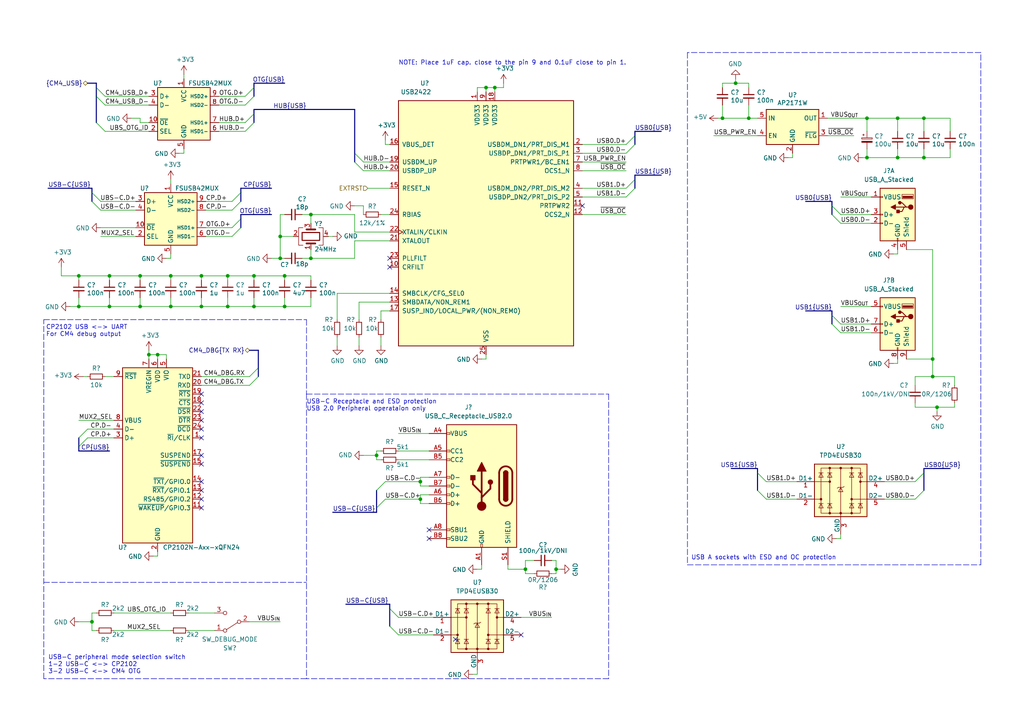
<source format=kicad_sch>
(kicad_sch (version 20201015) (generator eeschema)
  (paper "A4")
  (lib_symbols
    (symbol "Connector:USB_C_Receptacle_USB2.0" (pin_names (offset 1.016))
      (property "Reference" "J" (at -10.16 19.05 0))
      (property "Value" "USB_C_Receptacle_USB2.0" (at 19.05 19.05 0))
      (symbol "USB_C_Receptacle_USB2.0_1_1"
        (pin passive line (at 0 -22.86 90) (length 5.08) (name "GND") (number "A1"))
        (pin passive line (at 0 -22.86 90) (length 5.08) hide (name "GND") (number "A12"))
        (pin passive line (at 15.24 15.24 180) (length 5.08) (name "VBUS") (number "A4"))
        (pin bidirectional line (at 15.24 10.16 180) (length 5.08) (name "CC1") (number "A5"))
        (pin bidirectional line (at 15.24 -2.54 180) (length 5.08) (name "D+") (number "A6"))
        (pin bidirectional line (at 15.24 2.54 180) (length 5.08) (name "D-") (number "A7"))
        (pin bidirectional line (at 15.24 -12.7 180) (length 5.08) (name "SBU1") (number "A8"))
        (pin passive line (at 15.24 15.24 180) (length 5.08) hide (name "VBUS") (number "A9"))
        (pin passive line (at 0 -22.86 90) (length 5.08) hide (name "GND") (number "B1"))
        (pin passive line (at 0 -22.86 90) (length 5.08) hide (name "GND") (number "B12"))
        (pin passive line (at 15.24 15.24 180) (length 5.08) hide (name "VBUS") (number "B4"))
        (pin bidirectional line (at 15.24 7.62 180) (length 5.08) (name "CC2") (number "B5"))
        (pin bidirectional line (at 15.24 -5.08 180) (length 5.08) (name "D+") (number "B6"))
        (pin bidirectional line (at 15.24 0 180) (length 5.08) (name "D-") (number "B7"))
        (pin bidirectional line (at 15.24 -15.24 180) (length 5.08) (name "SBU2") (number "B8"))
        (pin passive line (at 15.24 15.24 180) (length 5.08) hide (name "VBUS") (number "B9"))
        (pin passive line (at -7.62 -22.86 90) (length 5.08) (name "SHIELD") (number "S1"))
      )
    )
    (symbol "Device:CP_Small" (pin_numbers hide) (pin_names (offset 0.254) hide)
      (property "Reference" "C" (at 0.254 1.778 0))
      (property "Value" "CP_Small" (at 0.254 -2.032 0))
      (symbol "CP_Small_1_1"
        (pin passive line (at 0 2.54 270) (length 1.8542) (name "~") (number "1"))
        (pin passive line (at 0 -2.54 90) (length 1.8542) (name "~") (number "2"))
      )
    )
    (symbol "Device:C_Small" (pin_numbers hide) (pin_names (offset 0.254) hide)
      (property "Reference" "C" (at 0.254 1.778 0))
      (property "Value" "C_Small" (at 0.254 -2.032 0))
      (symbol "C_Small_1_1"
        (pin passive line (at 0 2.54 270) (length 2.032) (name "~") (number "1"))
        (pin passive line (at 0 -2.54 90) (length 2.032) (name "~") (number "2"))
      )
    )
    (symbol "Device:Crystal_GND24" (pin_names (offset 1.016) hide)
      (property "Reference" "Y" (at 3.175 5.08 0))
      (property "Value" "Crystal_GND24" (at 3.175 3.175 0))
      (symbol "Crystal_GND24_1_1"
        (pin passive line (at -3.81 0 0) (length 1.27) (name "1") (number "1"))
        (pin passive line (at 0 5.08 270) (length 1.27) (name "2") (number "2"))
        (pin passive line (at 3.81 0 180) (length 1.27) (name "3") (number "3"))
        (pin passive line (at 0 -5.08 90) (length 1.27) (name "4") (number "4"))
      )
    )
    (symbol "Device:R_Small" (pin_numbers hide) (pin_names (offset 0.254) hide)
      (property "Reference" "R" (at 0.762 0.508 0))
      (property "Value" "R_Small" (at 0.762 -1.016 0))
      (symbol "R_Small_1_1"
        (pin passive line (at 0 2.54 270) (length 0.762) (name "~") (number "1"))
        (pin passive line (at 0 -2.54 90) (length 0.762) (name "~") (number "2"))
      )
    )
    (symbol "Interface_USB:CP2102N-Axx-xQFN24"
      (property "Reference" "U" (at -8.89 26.67 0))
      (property "Value" "CP2102N-Axx-xQFN24" (at 13.97 26.67 0))
      (symbol "CP2102N-Axx-xQFN24_1_1"
        (pin bidirectional line (at 12.7 5.08 180) (length 2.54) (name "~RI~/CLK") (number "1"))
        (pin unconnected line (at -10.16 -22.86 0) (length 2.54) hide (name "NC") (number "10"))
        (pin bidirectional line (at 12.7 -15.24 180) (length 2.54) (name "~WAKEUP~/GPIO.3") (number "11"))
        (pin bidirectional line (at 12.7 -12.7 180) (length 2.54) (name "RS485/GPIO.2") (number "12"))
        (pin bidirectional line (at 12.7 -10.16 180) (length 2.54) (name "~RXT~/GPIO.1") (number "13"))
        (pin bidirectional line (at 12.7 -7.62 180) (length 2.54) (name "~TXT~/GPIO.0") (number "14"))
        (pin output line (at 12.7 -2.54 180) (length 2.54) (name "~SUSPEND") (number "15"))
        (pin unconnected line (at 10.16 -22.86 180) (length 2.54) hide (name "NC") (number "16"))
        (pin output line (at 12.7 0 180) (length 2.54) (name "SUSPEND") (number "17"))
        (pin input line (at 12.7 15.24 180) (length 2.54) (name "~CTS") (number "18"))
        (pin output line (at 12.7 17.78 180) (length 2.54) (name "~RTS") (number "19"))
        (pin power_in line (at 0 -27.94 90) (length 2.54) (name "GND") (number "2"))
        (pin input line (at 12.7 20.32 180) (length 2.54) (name "RXD") (number "20"))
        (pin output line (at 12.7 22.86 180) (length 2.54) (name "TXD") (number "21"))
        (pin input line (at 12.7 12.7 180) (length 2.54) (name "~DSR") (number "22"))
        (pin output line (at 12.7 10.16 180) (length 2.54) (name "~DTR") (number "23"))
        (pin input line (at 12.7 7.62 180) (length 2.54) (name "~DCD") (number "24"))
        (pin passive line (at 0 -27.94 90) (length 2.54) hide (name "GND") (number "25"))
        (pin bidirectional line (at -12.7 5.08 0) (length 2.54) (name "D+") (number "3"))
        (pin bidirectional line (at -12.7 7.62 0) (length 2.54) (name "D-") (number "4"))
        (pin power_in line (at 2.54 27.94 270) (length 2.54) (name "VIO") (number "5"))
        (pin power_in line (at 0 27.94 270) (length 2.54) (name "VDD") (number "6"))
        (pin power_in line (at -2.54 27.94 270) (length 2.54) (name "VREGIN") (number "7"))
        (pin input line (at -12.7 10.16 0) (length 2.54) (name "VBUS") (number "8"))
        (pin input line (at -12.7 22.86 0) (length 2.54) (name "~RST") (number "9"))
      )
    )
    (symbol "Interface_USB:FSUSB42MUX"
      (property "Reference" "U" (at -6.35 8.89 0))
      (property "Value" "FSUSB42MUX" (at 7.62 8.89 0))
      (symbol "FSUSB42MUX_1_1"
        (pin power_in line (at 0 10.16 270) (length 2.54) (name "VCC") (number "1"))
        (pin input line (at -10.16 -2.54 0) (length 2.54) (name "~OE") (number "10"))
        (pin input line (at -10.16 -5.08 0) (length 2.54) (name "SEL") (number "2"))
        (pin bidirectional line (at -10.16 5.08 0) (length 2.54) (name "D+") (number "3"))
        (pin bidirectional line (at -10.16 2.54 0) (length 2.54) (name "D-") (number "4"))
        (pin power_in line (at 0 -10.16 90) (length 2.54) (name "GND") (number "5"))
        (pin bidirectional line (at 10.16 -5.08 180) (length 2.54) (name "HSD1-") (number "6"))
        (pin bidirectional line (at 10.16 -2.54 180) (length 2.54) (name "HSD1+") (number "7"))
        (pin bidirectional line (at 10.16 2.54 180) (length 2.54) (name "HSD2-") (number "8"))
        (pin bidirectional line (at 10.16 5.08 180) (length 2.54) (name "HSD2+") (number "9"))
      )
    )
    (symbol "LightBlue:USB2422" (pin_names (offset 1.016))
      (property "Reference" "U" (at -17.78 40.64 0))
      (property "Value" "USB2422" (at -20.32 38.1 0))
      (symbol "USB2422_1_1"
        (pin bidirectional line (at 27.94 22.86 180) (length 2.54) (name "USBDM_DN1/PRT_DIS_M1") (number "2"))
        (pin bidirectional line (at 27.94 17.78 180) (length 2.54) (name "PRTPWR1/BC_EN1") (number "7"))
        (pin input line (at 27.94 15.24 180) (length 2.54) (name "OCS1_N") (number "8"))
        (pin input line (at -27.94 -12.7 0) (length 2.54) (name "CRFILT") (number "10"))
        (pin power_in line (at -2.54 38.1 270) (length 2.54) (name "VDD33") (number "1"))
        (pin bidirectional line (at 27.94 5.08 180) (length 2.54) (name "PRTPWR2") (number "11"))
        (pin input line (at 27.94 2.54 180) (length 2.54) (name "OCS2_N") (number "12"))
        (pin bidirectional line (at 27.94 20.32 180) (length 2.54) (name "USBDP_DN1/PRT_DIS_P1") (number "3"))
        (pin bidirectional line (at -27.94 -22.86 0) (length 2.54) (name "SMBDATA/NON_REM1") (number "13"))
        (pin power_in line (at 0 38.1 270) (length 2.54) (name "VDD33") (number "9"))
        (pin bidirectional line (at -27.94 -20.32 0) (length 2.54) (name "SMBCLK/CFG_SEL0") (number "14"))
        (pin input line (at -27.94 10.16 0) (length 2.54) (name "RESET_N") (number "15"))
        (pin input line (at -27.94 22.86 0) (length 2.54) (name "VBUS_DET") (number "16"))
        (pin bidirectional line (at -27.94 -25.4 0) (length 2.54) (name "SUSP_IND/LOCAL_PWR/(NON_REM0)") (number "17"))
        (pin bidirectional line (at 27.94 10.16 180) (length 2.54) (name "USBDM_DN2/PRT_DIS_M2") (number "4"))
        (pin bidirectional line (at -27.94 17.78 0) (length 2.54) (name "USBDM_UP") (number "19"))
        (pin bidirectional line (at -27.94 15.24 0) (length 2.54) (name "USBDP_UP") (number "20"))
        (pin output line (at -27.94 -5.08 0) (length 2.54) (name "XTALOUT") (number "21"))
        (pin input clock (at -27.94 -2.54 0) (length 2.54) (name "XTALIN/CLKIN") (number "22"))
        (pin input line (at -27.94 -10.16 0) (length 2.54) (name "PLLFILT") (number "23"))
        (pin input line (at -27.94 2.54 0) (length 2.54) (name "RBIAS") (number "24"))
        (pin power_in line (at 0 -38.1 90) (length 2.54) (name "VSS") (number "25"))
        (pin bidirectional line (at 27.94 7.62 180) (length 2.54) (name "USBDP_DN2/PRT_DIS_P2") (number "5"))
        (pin power_in line (at 2.54 38.1 270) (length 2.54) (name "VDD33") (number "18"))
      )
    )
    (symbol "LightBlue:USB_A_Stacked" (pin_names (offset 1.016))
      (property "Reference" "J" (at -5.08 11.43 0))
      (property "Value" "USB_A_Stacked" (at -5.08 8.89 0))
      (symbol "USB_A_Stacked_1_1"
        (pin power_in line (at 7.62 5.08 180) (length 2.54) (name "VBUS") (number "1"))
        (pin bidirectional line (at 7.62 -2.54 180) (length 2.54) (name "D-") (number "2"))
        (pin bidirectional line (at 7.62 0 180) (length 2.54) (name "D+") (number "3"))
        (pin power_in line (at 0 -10.16 90) (length 2.54) (name "GND") (number "4"))
        (pin passive line (at -2.54 -10.16 90) (length 2.54) (name "Shield") (number "5"))
      )
      (symbol "USB_A_Stacked_2_1"
        (pin power_in line (at 7.62 5.08 180) (length 2.54) (name "VBUS") (number "5"))
        (pin bidirectional line (at 7.62 -2.54 180) (length 2.54) (name "D-") (number "6"))
        (pin bidirectional line (at 7.62 0 180) (length 2.54) (name "D+") (number "7"))
        (pin power_in line (at 0 -10.16 90) (length 2.54) (name "GND") (number "8"))
        (pin passive line (at -2.54 -10.16 90) (length 2.54) (name "Shield") (number "9"))
      )
    )
    (symbol "Power_Management:AP2171W"
      (property "Reference" "U" (at -7.62 -6.35 0))
      (property "Value" "AP2171W" (at -7.62 6.35 0))
      (symbol "AP2171W_1_1"
        (pin power_out line (at 10.16 2.54 180) (length 2.54) (name "OUT") (number "1"))
        (pin power_in line (at 0 -7.62 90) (length 2.54) (name "GND") (number "2"))
        (pin open_collector line (at 10.16 -2.54 180) (length 2.54) (name "~FLG") (number "3"))
        (pin input line (at -10.16 -2.54 0) (length 2.54) (name "EN") (number "4"))
        (pin power_in line (at -10.16 2.54 0) (length 2.54) (name "IN") (number "5"))
      )
    )
    (symbol "Power_Protection:TPD4EUSB30" (pin_names (offset 0))
      (property "Reference" "U" (at -0.635 8.89 0))
      (property "Value" "TPD4EUSB30" (at 8.89 -10.16 0))
      (symbol "TPD4EUSB30_1_1"
        (pin passive line (at -12.7 2.54 0) (length 5.08) (name "D1+") (number "1"))
        (pin unconnected line (at -5.08 7.62 0) (length 5.08) hide (name "NC") (number "10"))
        (pin passive line (at -12.7 -2.54 0) (length 5.08) (name "D1-") (number "2"))
        (pin power_in line (at 0 -12.7 90) (length 5.08) (name "GND") (number "3"))
        (pin passive line (at 12.7 2.54 180) (length 5.08) (name "D2+") (number "4"))
        (pin passive line (at 12.7 -2.54 180) (length 5.08) (name "D2-") (number "5"))
        (pin unconnected line (at 5.08 -7.62 180) (length 5.08) hide (name "NC") (number "6"))
        (pin unconnected line (at 5.08 7.62 180) (length 5.08) hide (name "NC") (number "7"))
        (pin passive line (at 0 -12.7 90) (length 5.08) hide (name "GND") (number "8"))
        (pin unconnected line (at -5.08 -7.62 0) (length 5.08) hide (name "NC") (number "9"))
      )
    )
    (symbol "Switch:SW_SPDT" (pin_names (offset 0) hide)
      (property "Reference" "SW" (at 0 4.318 0))
      (property "Value" "SW_SPDT" (at 0 -5.08 0))
      (symbol "SW_SPDT_1_1"
        (pin passive line (at 5.08 2.54 180) (length 2.54) (name "A") (number "1"))
        (pin passive line (at -5.08 0 0) (length 2.54) (name "B") (number "2"))
        (pin passive line (at 5.08 -2.54 180) (length 2.54) (name "C") (number "3"))
      )
    )
    (symbol "power:+3V3" (power) (pin_names (offset 0))
      (property "Value" "+3V3" (at 0 3.556 0))
      (symbol "+3V3_1_1"
        (pin power_in line (at 0 0 90) (length 0) hide (name "+3V3") (number "1"))
      )
    )
    (symbol "power:+5V" (power) (pin_names (offset 0))
      (property "Value" "+5V" (at 0 3.556 0))
      (symbol "+5V_1_1"
        (pin power_in line (at 0 0 90) (length 0) hide (name "+5V") (number "1"))
      )
    )
    (symbol "power:GND" (power) (pin_names (offset 0))
      (property "Value" "GND" (at 0 -3.81 0))
      (symbol "GND_1_1"
        (pin power_in line (at 0 0 270) (length 0) hide (name "GND") (number "1"))
      )
    )
  )
  (bus_alias "CM4_USB" (members "CM4_USB_D+" "CM4_USB_D-" "CM4_USB_OTG_ID"))
  (bus_alias "USB" (members "D+" "D-"))
  (bus_alias "I2C" (members "SDA" "SCL"))
  (junction (at 22.86 80.01) (diameter 0.9144))
  (junction (at 22.86 88.9) (diameter 0.9144))
  (junction (at 26.67 180.34) (diameter 0.9144))
  (junction (at 31.75 80.01) (diameter 0.9144))
  (junction (at 31.75 88.9) (diameter 0.9144))
  (junction (at 40.64 80.01) (diameter 0.9144))
  (junction (at 40.64 88.9) (diameter 0.9144))
  (junction (at 43.18 102.87) (diameter 0.9144))
  (junction (at 45.72 102.87) (diameter 0.9144))
  (junction (at 49.53 80.01) (diameter 0.9144))
  (junction (at 49.53 88.9) (diameter 0.9144))
  (junction (at 58.42 80.01) (diameter 0.9144))
  (junction (at 58.42 88.9) (diameter 0.9144))
  (junction (at 66.04 80.01) (diameter 0.9144))
  (junction (at 66.04 88.9) (diameter 0.9144))
  (junction (at 73.66 80.01) (diameter 0.9144))
  (junction (at 73.66 88.9) (diameter 0.9144))
  (junction (at 81.28 68.58) (diameter 0.9144))
  (junction (at 81.28 74.93) (diameter 0.9144))
  (junction (at 82.55 80.01) (diameter 0.9144))
  (junction (at 82.55 88.9) (diameter 0.9144))
  (junction (at 90.17 62.23) (diameter 0.9144))
  (junction (at 90.17 74.93) (diameter 0.9144))
  (junction (at 109.22 132.08) (diameter 0.9144))
  (junction (at 121.92 139.7) (diameter 0.9144))
  (junction (at 121.92 144.78) (diameter 0.9144))
  (junction (at 140.97 25.4) (diameter 0.9144))
  (junction (at 143.51 25.4) (diameter 0.9144))
  (junction (at 152.4 165.1) (diameter 0.9144))
  (junction (at 161.29 165.1) (diameter 0.9144))
  (junction (at 209.55 34.29) (diameter 0.9144))
  (junction (at 213.36 24.13) (diameter 0.9144))
  (junction (at 217.17 34.29) (diameter 0.9144))
  (junction (at 251.46 34.29) (diameter 0.9144))
  (junction (at 251.46 45.72) (diameter 0.9144))
  (junction (at 260.35 34.29) (diameter 0.9144))
  (junction (at 260.35 45.72) (diameter 0.9144))
  (junction (at 267.97 34.29) (diameter 0.9144))
  (junction (at 267.97 45.72) (diameter 0.9144))
  (junction (at 270.51 104.14) (diameter 0.9144))
  (junction (at 270.51 109.22) (diameter 0.9144))
  (junction (at 271.78 118.11) (diameter 0.9144))
  (no_connect (at 58.42 147.32))
  (no_connect (at 113.03 74.93))
  (no_connect (at 58.42 124.46))
  (no_connect (at 58.42 119.38))
  (no_connect (at 58.42 114.3))
  (no_connect (at 132.08 185.42))
  (no_connect (at 58.42 139.7))
  (no_connect (at 58.42 132.08))
  (no_connect (at 151.13 184.15))
  (no_connect (at 113.03 77.47))
  (no_connect (at 124.46 153.67))
  (no_connect (at 58.42 144.78))
  (no_connect (at 58.42 127))
  (no_connect (at 168.91 59.69))
  (no_connect (at 58.42 121.92))
  (no_connect (at 124.46 156.21))
  (no_connect (at 58.42 116.84))
  (no_connect (at 58.42 134.62))
  (no_connect (at 58.42 142.24))
  (bus_entry (at 22.86 127) (size 2.54 -2.54) (stroke (width 0.1524)))
  (bus_entry (at 22.86 129.54) (size 2.54 -2.54) (stroke (width 0.1524)))
  (bus_entry (at 26.67 55.88) (size 2.54 2.54) (stroke (width 0.1524)))
  (bus_entry (at 26.67 58.42) (size 2.54 2.54) (stroke (width 0.1524)))
  (bus_entry (at 27.94 25.4) (size 2.54 2.54) (stroke (width 0.1524)))
  (bus_entry (at 27.94 27.94) (size 2.54 2.54) (stroke (width 0.1524)))
  (bus_entry (at 27.94 35.56) (size 2.54 2.54) (stroke (width 0.1524)))
  (bus_entry (at 69.85 55.88) (size -2.54 2.54) (stroke (width 0.1524)))
  (bus_entry (at 69.85 58.42) (size -2.54 2.54) (stroke (width 0.1524)))
  (bus_entry (at 69.85 63.5) (size -2.54 2.54) (stroke (width 0.1524)))
  (bus_entry (at 69.85 66.04) (size -2.54 2.54) (stroke (width 0.1524)))
  (bus_entry (at 72.39 109.22) (size 2.54 -2.54) (stroke (width 0.1524)))
  (bus_entry (at 72.39 111.76) (size 2.54 -2.54) (stroke (width 0.1524)))
  (bus_entry (at 73.66 25.4) (size -2.54 2.54) (stroke (width 0.1524)))
  (bus_entry (at 73.66 27.94) (size -2.54 2.54) (stroke (width 0.1524)))
  (bus_entry (at 73.66 33.02) (size -2.54 2.54) (stroke (width 0.1524)))
  (bus_entry (at 73.66 35.56) (size -2.54 2.54) (stroke (width 0.1524)))
  (bus_entry (at 102.87 44.45) (size 2.54 2.54) (stroke (width 0.1524)))
  (bus_entry (at 102.87 46.99) (size 2.54 2.54) (stroke (width 0.1524)))
  (bus_entry (at 109.22 142.24) (size 2.54 -2.54) (stroke (width 0.1524)))
  (bus_entry (at 109.22 147.32) (size 2.54 -2.54) (stroke (width 0.1524)))
  (bus_entry (at 113.03 176.53) (size 2.54 2.54) (stroke (width 0.1524)))
  (bus_entry (at 113.03 181.61) (size 2.54 2.54) (stroke (width 0.1524)))
  (bus_entry (at 181.61 41.91) (size 2.54 -2.54) (stroke (width 0.1524)))
  (bus_entry (at 181.61 44.45) (size 2.54 -2.54) (stroke (width 0.1524)))
  (bus_entry (at 181.61 54.61) (size 2.54 -2.54) (stroke (width 0.1524)))
  (bus_entry (at 181.61 57.15) (size 2.54 -2.54) (stroke (width 0.1524)))
  (bus_entry (at 222.25 139.7) (size -2.54 -2.54) (stroke (width 0.1524)))
  (bus_entry (at 222.25 144.78) (size -2.54 -2.54) (stroke (width 0.1524)))
  (bus_entry (at 243.84 62.23) (size -2.54 -2.54) (stroke (width 0.1524)))
  (bus_entry (at 243.84 64.77) (size -2.54 -2.54) (stroke (width 0.1524)))
  (bus_entry (at 243.84 93.98) (size -2.54 -2.54) (stroke (width 0.1524)))
  (bus_entry (at 243.84 96.52) (size -2.54 -2.54) (stroke (width 0.1524)))
  (bus_entry (at 265.43 139.7) (size 2.54 -2.54) (stroke (width 0.1524)))
  (bus_entry (at 265.43 144.78) (size 2.54 -2.54) (stroke (width 0.1524)))
  (wire (pts (xy 17.78 80.01) (xy 17.78 77.47)))
  (wire (pts (xy 17.78 80.01) (xy 22.86 80.01)))
  (wire (pts (xy 20.32 88.9) (xy 22.86 88.9)))
  (wire (pts (xy 22.86 80.01) (xy 22.86 81.28)))
  (wire (pts (xy 22.86 80.01) (xy 31.75 80.01)))
  (wire (pts (xy 22.86 86.36) (xy 22.86 88.9)))
  (wire (pts (xy 22.86 88.9) (xy 31.75 88.9)))
  (wire (pts (xy 22.86 121.92) (xy 33.02 121.92)))
  (wire (pts (xy 22.86 180.34) (xy 26.67 180.34)))
  (wire (pts (xy 24.13 109.22) (xy 25.4 109.22)))
  (wire (pts (xy 26.67 177.8) (xy 26.67 180.34)))
  (wire (pts (xy 26.67 177.8) (xy 27.94 177.8)))
  (wire (pts (xy 26.67 180.34) (xy 26.67 182.88)))
  (wire (pts (xy 27.94 182.88) (xy 26.67 182.88)))
  (wire (pts (xy 29.21 66.04) (xy 39.37 66.04)))
  (wire (pts (xy 29.21 68.58) (xy 39.37 68.58)))
  (wire (pts (xy 30.48 27.94) (xy 43.18 27.94)))
  (wire (pts (xy 30.48 30.48) (xy 43.18 30.48)))
  (wire (pts (xy 30.48 38.1) (xy 43.18 38.1)))
  (wire (pts (xy 30.48 109.22) (xy 33.02 109.22)))
  (wire (pts (xy 31.75 80.01) (xy 31.75 81.28)))
  (wire (pts (xy 31.75 86.36) (xy 31.75 88.9)))
  (wire (pts (xy 31.75 88.9) (xy 40.64 88.9)))
  (wire (pts (xy 33.02 124.46) (xy 25.4 124.46)))
  (wire (pts (xy 33.02 127) (xy 25.4 127)))
  (wire (pts (xy 33.02 177.8) (xy 49.53 177.8)))
  (wire (pts (xy 33.02 182.88) (xy 49.53 182.88)))
  (wire (pts (xy 39.37 58.42) (xy 29.21 58.42)))
  (wire (pts (xy 39.37 60.96) (xy 29.21 60.96)))
  (wire (pts (xy 40.64 34.29) (xy 38.1 34.29)))
  (wire (pts (xy 40.64 35.56) (xy 40.64 34.29)))
  (wire (pts (xy 40.64 80.01) (xy 31.75 80.01)))
  (wire (pts (xy 40.64 80.01) (xy 40.64 81.28)))
  (wire (pts (xy 40.64 86.36) (xy 40.64 88.9)))
  (wire (pts (xy 40.64 88.9) (xy 49.53 88.9)))
  (wire (pts (xy 43.18 35.56) (xy 40.64 35.56)))
  (wire (pts (xy 43.18 101.6) (xy 43.18 102.87)))
  (wire (pts (xy 43.18 102.87) (xy 43.18 104.14)))
  (wire (pts (xy 44.45 161.29) (xy 45.72 161.29)))
  (wire (pts (xy 45.72 102.87) (xy 43.18 102.87)))
  (wire (pts (xy 45.72 102.87) (xy 48.26 102.87)))
  (wire (pts (xy 45.72 104.14) (xy 45.72 102.87)))
  (wire (pts (xy 45.72 161.29) (xy 45.72 160.02)))
  (wire (pts (xy 48.26 74.93) (xy 49.53 74.93)))
  (wire (pts (xy 48.26 102.87) (xy 48.26 104.14)))
  (wire (pts (xy 49.53 52.07) (xy 49.53 53.34)))
  (wire (pts (xy 49.53 74.93) (xy 49.53 73.66)))
  (wire (pts (xy 49.53 80.01) (xy 40.64 80.01)))
  (wire (pts (xy 49.53 80.01) (xy 49.53 81.28)))
  (wire (pts (xy 49.53 86.36) (xy 49.53 88.9)))
  (wire (pts (xy 49.53 88.9) (xy 58.42 88.9)))
  (wire (pts (xy 52.07 44.45) (xy 53.34 44.45)))
  (wire (pts (xy 53.34 21.59) (xy 53.34 22.86)))
  (wire (pts (xy 53.34 44.45) (xy 53.34 43.18)))
  (wire (pts (xy 54.61 177.8) (xy 62.23 177.8)))
  (wire (pts (xy 54.61 182.88) (xy 62.23 182.88)))
  (wire (pts (xy 58.42 80.01) (xy 49.53 80.01)))
  (wire (pts (xy 58.42 80.01) (xy 58.42 81.28)))
  (wire (pts (xy 58.42 86.36) (xy 58.42 88.9)))
  (wire (pts (xy 58.42 88.9) (xy 66.04 88.9)))
  (wire (pts (xy 58.42 109.22) (xy 72.39 109.22)))
  (wire (pts (xy 58.42 111.76) (xy 72.39 111.76)))
  (wire (pts (xy 59.69 58.42) (xy 67.31 58.42)))
  (wire (pts (xy 59.69 60.96) (xy 67.31 60.96)))
  (wire (pts (xy 59.69 66.04) (xy 67.31 66.04)))
  (wire (pts (xy 59.69 68.58) (xy 67.31 68.58)))
  (wire (pts (xy 63.5 27.94) (xy 71.12 27.94)))
  (wire (pts (xy 63.5 30.48) (xy 71.12 30.48)))
  (wire (pts (xy 63.5 35.56) (xy 71.12 35.56)))
  (wire (pts (xy 63.5 38.1) (xy 71.12 38.1)))
  (wire (pts (xy 66.04 80.01) (xy 58.42 80.01)))
  (wire (pts (xy 66.04 80.01) (xy 66.04 81.28)))
  (wire (pts (xy 66.04 86.36) (xy 66.04 88.9)))
  (wire (pts (xy 66.04 88.9) (xy 73.66 88.9)))
  (wire (pts (xy 73.66 80.01) (xy 66.04 80.01)))
  (wire (pts (xy 73.66 80.01) (xy 73.66 81.28)))
  (wire (pts (xy 73.66 86.36) (xy 73.66 88.9)))
  (wire (pts (xy 73.66 88.9) (xy 82.55 88.9)))
  (wire (pts (xy 78.74 74.93) (xy 81.28 74.93)))
  (wire (pts (xy 81.28 62.23) (xy 81.28 68.58)))
  (wire (pts (xy 81.28 68.58) (xy 81.28 74.93)))
  (wire (pts (xy 81.28 68.58) (xy 85.09 68.58)))
  (wire (pts (xy 81.28 74.93) (xy 82.55 74.93)))
  (wire (pts (xy 81.28 180.34) (xy 72.39 180.34)))
  (wire (pts (xy 82.55 62.23) (xy 81.28 62.23)))
  (wire (pts (xy 82.55 80.01) (xy 73.66 80.01)))
  (wire (pts (xy 82.55 80.01) (xy 82.55 81.28)))
  (wire (pts (xy 82.55 86.36) (xy 82.55 88.9)))
  (wire (pts (xy 82.55 88.9) (xy 90.17 88.9)))
  (wire (pts (xy 87.63 62.23) (xy 90.17 62.23)))
  (wire (pts (xy 87.63 74.93) (xy 90.17 74.93)))
  (wire (pts (xy 90.17 62.23) (xy 90.17 64.77)))
  (wire (pts (xy 90.17 62.23) (xy 102.87 62.23)))
  (wire (pts (xy 90.17 72.39) (xy 90.17 74.93)))
  (wire (pts (xy 90.17 74.93) (xy 102.87 74.93)))
  (wire (pts (xy 90.17 80.01) (xy 82.55 80.01)))
  (wire (pts (xy 90.17 81.28) (xy 90.17 80.01)))
  (wire (pts (xy 90.17 86.36) (xy 90.17 88.9)))
  (wire (pts (xy 95.25 68.58) (xy 96.52 68.58)))
  (wire (pts (xy 97.79 85.09) (xy 97.79 92.71)))
  (wire (pts (xy 97.79 97.79) (xy 97.79 100.33)))
  (wire (pts (xy 102.87 67.31) (xy 102.87 62.23)))
  (wire (pts (xy 102.87 69.85) (xy 102.87 74.93)))
  (wire (pts (xy 104.14 87.63) (xy 104.14 92.71)))
  (wire (pts (xy 104.14 87.63) (xy 113.03 87.63)))
  (wire (pts (xy 104.14 97.79) (xy 104.14 100.33)))
  (wire (pts (xy 105.41 46.99) (xy 113.03 46.99)))
  (wire (pts (xy 105.41 49.53) (xy 113.03 49.53)))
  (wire (pts (xy 105.41 59.69) (xy 102.87 59.69)))
  (wire (pts (xy 105.41 62.23) (xy 105.41 59.69)))
  (wire (pts (xy 105.41 132.08) (xy 109.22 132.08)))
  (wire (pts (xy 106.68 54.61) (xy 113.03 54.61)))
  (wire (pts (xy 109.22 130.81) (xy 109.22 132.08)))
  (wire (pts (xy 109.22 132.08) (xy 109.22 133.35)))
  (wire (pts (xy 109.22 133.35) (xy 110.49 133.35)))
  (wire (pts (xy 110.49 62.23) (xy 113.03 62.23)))
  (wire (pts (xy 110.49 90.17) (xy 110.49 92.71)))
  (wire (pts (xy 110.49 97.79) (xy 110.49 100.33)))
  (wire (pts (xy 110.49 130.81) (xy 109.22 130.81)))
  (wire (pts (xy 111.76 40.64) (xy 111.76 41.91)))
  (wire (pts (xy 111.76 139.7) (xy 121.92 139.7)))
  (wire (pts (xy 111.76 144.78) (xy 121.92 144.78)))
  (wire (pts (xy 113.03 41.91) (xy 111.76 41.91)))
  (wire (pts (xy 113.03 67.31) (xy 102.87 67.31)))
  (wire (pts (xy 113.03 69.85) (xy 102.87 69.85)))
  (wire (pts (xy 113.03 85.09) (xy 97.79 85.09)))
  (wire (pts (xy 113.03 90.17) (xy 110.49 90.17)))
  (wire (pts (xy 115.57 125.73) (xy 124.46 125.73)))
  (wire (pts (xy 115.57 130.81) (xy 124.46 130.81)))
  (wire (pts (xy 115.57 133.35) (xy 124.46 133.35)))
  (wire (pts (xy 115.57 179.07) (xy 125.73 179.07)))
  (wire (pts (xy 115.57 184.15) (xy 125.73 184.15)))
  (wire (pts (xy 121.92 139.7) (xy 121.92 138.43)))
  (wire (pts (xy 121.92 140.97) (xy 121.92 139.7)))
  (wire (pts (xy 121.92 140.97) (xy 124.46 140.97)))
  (wire (pts (xy 121.92 144.78) (xy 121.92 143.51)))
  (wire (pts (xy 121.92 146.05) (xy 121.92 144.78)))
  (wire (pts (xy 121.92 146.05) (xy 124.46 146.05)))
  (wire (pts (xy 124.46 138.43) (xy 121.92 138.43)))
  (wire (pts (xy 124.46 143.51) (xy 121.92 143.51)))
  (wire (pts (xy 137.16 195.58) (xy 138.43 195.58)))
  (wire (pts (xy 138.43 25.4) (xy 140.97 25.4)))
  (wire (pts (xy 138.43 26.67) (xy 138.43 25.4)))
  (wire (pts (xy 138.43 165.1) (xy 139.7 165.1)))
  (wire (pts (xy 138.43 195.58) (xy 138.43 194.31)))
  (wire (pts (xy 139.7 104.14) (xy 140.97 104.14)))
  (wire (pts (xy 139.7 165.1) (xy 139.7 163.83)))
  (wire (pts (xy 140.97 25.4) (xy 140.97 26.67)))
  (wire (pts (xy 140.97 25.4) (xy 143.51 25.4)))
  (wire (pts (xy 140.97 104.14) (xy 140.97 102.87)))
  (wire (pts (xy 143.51 25.4) (xy 143.51 26.67)))
  (wire (pts (xy 143.51 25.4) (xy 146.05 25.4)))
  (wire (pts (xy 146.05 24.13) (xy 146.05 25.4)))
  (wire (pts (xy 147.32 163.83) (xy 147.32 165.1)))
  (wire (pts (xy 147.32 165.1) (xy 152.4 165.1)))
  (wire (pts (xy 152.4 162.56) (xy 152.4 165.1)))
  (wire (pts (xy 152.4 165.1) (xy 152.4 166.37)))
  (wire (pts (xy 152.4 166.37) (xy 154.94 166.37)))
  (wire (pts (xy 154.94 162.56) (xy 152.4 162.56)))
  (wire (pts (xy 160.02 166.37) (xy 161.29 166.37)))
  (wire (pts (xy 160.02 179.07) (xy 151.13 179.07)))
  (wire (pts (xy 161.29 162.56) (xy 160.02 162.56)))
  (wire (pts (xy 161.29 165.1) (xy 161.29 162.56)))
  (wire (pts (xy 161.29 165.1) (xy 162.56 165.1)))
  (wire (pts (xy 161.29 166.37) (xy 161.29 165.1)))
  (wire (pts (xy 168.91 41.91) (xy 181.61 41.91)))
  (wire (pts (xy 168.91 44.45) (xy 181.61 44.45)))
  (wire (pts (xy 168.91 46.99) (xy 181.61 46.99)))
  (wire (pts (xy 168.91 49.53) (xy 181.61 49.53)))
  (wire (pts (xy 168.91 54.61) (xy 181.61 54.61)))
  (wire (pts (xy 168.91 57.15) (xy 181.61 57.15)))
  (wire (pts (xy 168.91 62.23) (xy 181.61 62.23)))
  (wire (pts (xy 208.28 34.29) (xy 209.55 34.29)))
  (wire (pts (xy 209.55 24.13) (xy 209.55 25.4)))
  (wire (pts (xy 209.55 30.48) (xy 209.55 34.29)))
  (wire (pts (xy 209.55 34.29) (xy 217.17 34.29)))
  (wire (pts (xy 213.36 22.86) (xy 213.36 24.13)))
  (wire (pts (xy 213.36 24.13) (xy 209.55 24.13)))
  (wire (pts (xy 217.17 24.13) (xy 213.36 24.13)))
  (wire (pts (xy 217.17 25.4) (xy 217.17 24.13)))
  (wire (pts (xy 217.17 30.48) (xy 217.17 34.29)))
  (wire (pts (xy 217.17 34.29) (xy 219.71 34.29)))
  (wire (pts (xy 219.71 39.37) (xy 207.01 39.37)))
  (wire (pts (xy 222.25 139.7) (xy 231.14 139.7)))
  (wire (pts (xy 222.25 144.78) (xy 231.14 144.78)))
  (wire (pts (xy 228.6 45.72) (xy 229.87 45.72)))
  (wire (pts (xy 229.87 45.72) (xy 229.87 44.45)))
  (wire (pts (xy 240.03 34.29) (xy 251.46 34.29)))
  (wire (pts (xy 240.03 39.37) (xy 247.65 39.37)))
  (wire (pts (xy 242.57 156.21) (xy 243.84 156.21)))
  (wire (pts (xy 243.84 57.15) (xy 252.73 57.15)))
  (wire (pts (xy 243.84 62.23) (xy 252.73 62.23)))
  (wire (pts (xy 243.84 64.77) (xy 252.73 64.77)))
  (wire (pts (xy 243.84 88.9) (xy 252.73 88.9)))
  (wire (pts (xy 243.84 93.98) (xy 252.73 93.98)))
  (wire (pts (xy 243.84 96.52) (xy 252.73 96.52)))
  (wire (pts (xy 243.84 156.21) (xy 243.84 154.94)))
  (wire (pts (xy 250.19 45.72) (xy 251.46 45.72)))
  (wire (pts (xy 251.46 34.29) (xy 251.46 38.1)))
  (wire (pts (xy 251.46 34.29) (xy 260.35 34.29)))
  (wire (pts (xy 251.46 43.18) (xy 251.46 45.72)))
  (wire (pts (xy 251.46 45.72) (xy 260.35 45.72)))
  (wire (pts (xy 259.08 73.66) (xy 260.35 73.66)))
  (wire (pts (xy 259.08 105.41) (xy 260.35 105.41)))
  (wire (pts (xy 260.35 34.29) (xy 260.35 38.1)))
  (wire (pts (xy 260.35 34.29) (xy 267.97 34.29)))
  (wire (pts (xy 260.35 43.18) (xy 260.35 45.72)))
  (wire (pts (xy 260.35 45.72) (xy 267.97 45.72)))
  (wire (pts (xy 260.35 73.66) (xy 260.35 72.39)))
  (wire (pts (xy 260.35 105.41) (xy 260.35 104.14)))
  (wire (pts (xy 262.89 72.39) (xy 270.51 72.39)))
  (wire (pts (xy 262.89 104.14) (xy 270.51 104.14)))
  (wire (pts (xy 265.43 109.22) (xy 265.43 111.76)))
  (wire (pts (xy 265.43 116.84) (xy 265.43 118.11)))
  (wire (pts (xy 265.43 118.11) (xy 271.78 118.11)))
  (wire (pts (xy 265.43 139.7) (xy 256.54 139.7)))
  (wire (pts (xy 265.43 144.78) (xy 256.54 144.78)))
  (wire (pts (xy 267.97 34.29) (xy 267.97 38.1)))
  (wire (pts (xy 267.97 43.18) (xy 267.97 45.72)))
  (wire (pts (xy 267.97 45.72) (xy 275.59 45.72)))
  (wire (pts (xy 270.51 72.39) (xy 270.51 104.14)))
  (wire (pts (xy 270.51 104.14) (xy 270.51 109.22)))
  (wire (pts (xy 270.51 109.22) (xy 265.43 109.22)))
  (wire (pts (xy 271.78 118.11) (xy 271.78 119.38)))
  (wire (pts (xy 271.78 118.11) (xy 276.86 118.11)))
  (wire (pts (xy 275.59 34.29) (xy 267.97 34.29)))
  (wire (pts (xy 275.59 38.1) (xy 275.59 34.29)))
  (wire (pts (xy 275.59 45.72) (xy 275.59 43.18)))
  (wire (pts (xy 276.86 109.22) (xy 270.51 109.22)))
  (wire (pts (xy 276.86 111.76) (xy 276.86 109.22)))
  (wire (pts (xy 276.86 118.11) (xy 276.86 116.84)))
  (bus (pts (xy 22.86 127) (xy 22.86 129.54)))
  (bus (pts (xy 22.86 129.54) (xy 22.86 130.81)))
  (bus (pts (xy 22.86 130.81) (xy 31.75 130.81)))
  (bus (pts (xy 25.4 24.13) (xy 27.94 24.13)))
  (bus (pts (xy 26.67 54.61) (xy 13.97 54.61)))
  (bus (pts (xy 26.67 55.88) (xy 26.67 54.61)))
  (bus (pts (xy 26.67 58.42) (xy 26.67 55.88)))
  (bus (pts (xy 27.94 24.13) (xy 27.94 25.4)))
  (bus (pts (xy 27.94 25.4) (xy 27.94 27.94)))
  (bus (pts (xy 27.94 27.94) (xy 27.94 35.56)))
  (bus (pts (xy 69.85 54.61) (xy 78.74 54.61)))
  (bus (pts (xy 69.85 55.88) (xy 69.85 54.61)))
  (bus (pts (xy 69.85 58.42) (xy 69.85 55.88)))
  (bus (pts (xy 69.85 62.23) (xy 78.74 62.23)))
  (bus (pts (xy 69.85 63.5) (xy 69.85 62.23)))
  (bus (pts (xy 69.85 66.04) (xy 69.85 63.5)))
  (bus (pts (xy 73.66 24.13) (xy 82.55 24.13)))
  (bus (pts (xy 73.66 25.4) (xy 73.66 24.13)))
  (bus (pts (xy 73.66 27.94) (xy 73.66 25.4)))
  (bus (pts (xy 73.66 31.75) (xy 102.87 31.75)))
  (bus (pts (xy 73.66 33.02) (xy 73.66 31.75)))
  (bus (pts (xy 73.66 35.56) (xy 73.66 33.02)))
  (bus (pts (xy 74.93 101.6) (xy 72.39 101.6)))
  (bus (pts (xy 74.93 101.6) (xy 74.93 106.68)))
  (bus (pts (xy 74.93 106.68) (xy 74.93 109.22)))
  (bus (pts (xy 102.87 31.75) (xy 102.87 44.45)))
  (bus (pts (xy 102.87 44.45) (xy 102.87 46.99)))
  (bus (pts (xy 109.22 147.32) (xy 109.22 142.24)))
  (bus (pts (xy 109.22 148.59) (xy 96.52 148.59)))
  (bus (pts (xy 109.22 148.59) (xy 109.22 147.32)))
  (bus (pts (xy 113.03 175.26) (xy 100.33 175.26)))
  (bus (pts (xy 113.03 175.26) (xy 113.03 176.53)))
  (bus (pts (xy 113.03 176.53) (xy 113.03 181.61)))
  (bus (pts (xy 184.15 38.1) (xy 184.15 39.37)))
  (bus (pts (xy 184.15 38.1) (xy 191.77 38.1)))
  (bus (pts (xy 184.15 39.37) (xy 184.15 41.91)))
  (bus (pts (xy 184.15 50.8) (xy 184.15 52.07)))
  (bus (pts (xy 184.15 50.8) (xy 191.77 50.8)))
  (bus (pts (xy 184.15 52.07) (xy 184.15 54.61)))
  (bus (pts (xy 219.71 135.89) (xy 212.09 135.89)))
  (bus (pts (xy 219.71 135.89) (xy 219.71 137.16)))
  (bus (pts (xy 219.71 137.16) (xy 219.71 142.24)))
  (bus (pts (xy 241.3 58.42) (xy 233.68 58.42)))
  (bus (pts (xy 241.3 58.42) (xy 241.3 59.69)))
  (bus (pts (xy 241.3 59.69) (xy 241.3 62.23)))
  (bus (pts (xy 241.3 90.17) (xy 233.68 90.17)))
  (bus (pts (xy 241.3 90.17) (xy 241.3 91.44)))
  (bus (pts (xy 241.3 91.44) (xy 241.3 93.98)))
  (bus (pts (xy 267.97 135.89) (xy 267.97 137.16)))
  (bus (pts (xy 267.97 135.89) (xy 275.59 135.89)))
  (bus (pts (xy 267.97 137.16) (xy 267.97 142.24)))
  (polyline (pts (xy 12.7 92.71) (xy 88.9 92.71)) (stroke (width 0) (type dash)))
  (polyline (pts (xy 12.7 168.91) (xy 88.9 168.91)) (stroke (width 0) (type dash)))
  (polyline (pts (xy 12.7 196.85) (xy 12.7 92.71)) (stroke (width 0) (type dash)))
  (polyline (pts (xy 88.9 92.71) (xy 88.9 114.3)) (stroke (width 0) (type dash)))
  (polyline (pts (xy 88.9 114.3) (xy 88.9 196.85)) (stroke (width 0) (type dash)))
  (polyline (pts (xy 88.9 114.3) (xy 176.53 114.3)) (stroke (width 0) (type dash)))
  (polyline (pts (xy 88.9 196.85) (xy 12.7 196.85)) (stroke (width 0) (type dash)))
  (polyline (pts (xy 176.53 114.3) (xy 176.53 196.85)) (stroke (width 0) (type dash)))
  (polyline (pts (xy 176.53 196.85) (xy 88.9 196.85)) (stroke (width 0) (type dash)))
  (polyline (pts (xy 199.39 15.24) (xy 199.39 163.83)) (stroke (width 0) (type dash)))
  (polyline (pts (xy 199.39 163.83) (xy 284.48 163.83)) (stroke (width 0) (type dash)))
  (polyline (pts (xy 284.48 15.24) (xy 199.39 15.24)) (stroke (width 0) (type dash)))
  (polyline (pts (xy 284.48 163.83) (xy 284.48 15.24)) (stroke (width 0) (type dash)))
  (text "CP2102 USB <-> UART\nFor CM4 debug output" (at 13.335 97.79 0) (effects (font (size 1.27 1.27)) (justify left bottom)))
  (text "USB-C peripheral mode selection switch\n1-2 USB-C <-> CP2102\n3-2 USB-C <-> CM4 OTG" (at 13.97 195.58 0) (effects (font (size 1.27 1.27)) (justify left bottom)))
  (text "USB-C Receptacle and ESD protection\nUSB 2.0 Peripheral operataion only" (at 88.9 119.38 0) (effects (font (size 1.27 1.27)) (justify left bottom)))
  (text "NOTE: Place 1uF cap. close to the pin 9 and 0.1uF close to pin 1." (at 115.57 19.05 0) (effects (font (size 1.27 1.27)) (justify left bottom)))
  (text "USB A sockets with ESD and OC protection" (at 242.57 162.56 180) (effects (font (size 1.27 1.27)) (justify right bottom)))
  (label "USB-C{USB}" (at 13.97 54.61 0))
  (label "MUX2_SEL" (at 22.86 121.92 0))
  (label "MUX2_SEL" (at 29.21 68.58 0))
  (label "CM4_USB_D+" (at 30.48 27.94 0))
  (label "CM4_USB_D-" (at 30.48 30.48 0))
  (label "UBS_OTG_ID" (at 31.75 38.1 0))
  (label "CP{USB}" (at 31.75 130.81 180))
  (label "CP.D-" (at 32.385 124.46 180))
  (label "CP.D+" (at 32.385 127 180))
  (label "UBS_OTG_ID" (at 36.83 177.8 0))
  (label "MUX2_SEL" (at 36.83 182.88 0))
  (label "UBS-C.D+" (at 39.37 58.42 180))
  (label "USB-C.D-" (at 39.37 60.96 180))
  (label "CM4_DBG.RX" (at 59.055 109.22 0))
  (label "CM4_DBG.TX" (at 59.055 111.76 0))
  (label "CP.D+" (at 59.69 58.42 0))
  (label "CP.D-" (at 59.69 60.96 0))
  (label "OTG.D+" (at 59.69 66.04 0))
  (label "OTG.D-" (at 59.69 68.58 0))
  (label "OTG.D+" (at 63.5 27.94 0))
  (label "OTG.D-" (at 63.5 30.48 0))
  (label "HUB.D+" (at 63.5 35.56 0))
  (label "HUB.D-" (at 63.5 38.1 0))
  (label "CP{USB}" (at 78.74 54.61 180))
  (label "OTG{USB}" (at 78.74 62.23 180))
  (label "VBUS_{IN}" (at 81.28 180.34 180))
  (label "OTG{USB}" (at 82.55 24.13 180))
  (label "HUB{USB}" (at 88.9 31.75 180))
  (label "USB-C{USB}" (at 96.52 148.59 0))
  (label "USB-C{USB}" (at 100.33 175.26 0))
  (label "HUB.D-" (at 105.41 46.99 0))
  (label "HUB.D+" (at 105.41 49.53 0))
  (label "USB-C.D-" (at 111.76 139.7 0))
  (label "USB-C.D+" (at 111.76 144.78 0))
  (label "VBUS_{IN}" (at 115.57 125.73 0))
  (label "USB-C.D+" (at 115.57 179.07 0))
  (label "USB-C.D-" (at 115.57 184.15 0))
  (label "VBUS_{IN}" (at 160.02 179.07 180))
  (label "USB0.D+" (at 181.61 41.91 180))
  (label "USB0.D-" (at 181.61 44.45 180))
  (label "USB_PWR_EN" (at 181.61 46.99 180))
  (label "~USB_OC" (at 181.61 49.53 180))
  (label "USB1.D+" (at 181.61 54.61 180))
  (label "USB1.D-" (at 181.61 57.15 180))
  (label "~USB_OC" (at 181.61 62.23 180))
  (label "USB0{USB}" (at 184.15 38.1 0))
  (label "USB1{USB}" (at 184.15 50.8 0))
  (label "USB_PWR_EN" (at 207.01 39.37 0))
  (label "USB1{USB}" (at 219.71 135.89 180))
  (label "USB1.D+" (at 222.25 139.7 0))
  (label "USB1.D-" (at 222.25 144.78 0))
  (label "USB0{USB}" (at 241.3 58.42 180))
  (label "USB1{USB}" (at 241.3 90.17 180))
  (label "VBUS_{OUT}" (at 243.84 57.15 0))
  (label "USB0.D+" (at 243.84 62.23 0))
  (label "USB0.D-" (at 243.84 64.77 0))
  (label "VBUS_{OUT}" (at 243.84 88.9 0))
  (label "USB1.D+" (at 243.84 93.98 0))
  (label "USB1.D-" (at 243.84 96.52 0))
  (label "~USB_OC" (at 247.65 39.37 180))
  (label "VBUS_{OUT}" (at 248.92 34.29 180))
  (label "USB0.D+" (at 265.43 139.7 180))
  (label "USB0.D-" (at 265.43 144.78 180))
  (label "USB0{USB}" (at 267.97 135.89 0))
  (hierarchical_label "{CM4_USB}" (shape bidirectional) (at 25.4 24.13 180))
  (hierarchical_label "CM4_DBG{TX RX}" (shape bidirectional) (at 72.39 101.6 180))
  (hierarchical_label "EXTRST" (shape input) (at 106.68 54.61 180))
  (symbol (lib_id "power:+3V3") (at 17.78 77.47 0) (unit 1)
    (property "Reference" "#PWR?" (effects hide))
    (property "Value" "+3V3" (at 18.1483 73.1456 0))
  )
  (symbol (lib_id "power:+3V3") (at 24.13 109.22 90) (unit 1)
    (property "Reference" "#PWR?" (effects hide))
    (property "Value" "+3V3" (at 20.9549 108.8517 90) (effects (justify left)))
  )
  (symbol (lib_id "power:+3V3") (at 43.18 101.6 0) (unit 1)
    (property "Reference" "#PWR?" (effects hide))
    (property "Value" "+3V3" (at 43.5483 97.2756 0))
  )
  (symbol (lib_id "power:+3V3") (at 49.53 52.07 0) (unit 1)
    (property "Reference" "#PWR?" (effects hide))
    (property "Value" "+3V3" (at 49.8983 47.7456 0))
  )
  (symbol (lib_id "power:+3V3") (at 53.34 21.59 0) (unit 1)
    (property "Reference" "#PWR?" (effects hide))
    (property "Value" "+3V3" (at 53.7083 17.2656 0))
  )
  (symbol (lib_id "power:+3V3") (at 111.76 40.64 0) (unit 1)
    (property "Reference" "#PWR?" (effects hide))
    (property "Value" "+3V3" (at 112.1283 36.3156 0))
  )
  (symbol (lib_id "power:+3V3") (at 146.05 24.13 0) (unit 1)
    (property "Reference" "#PWR?" (effects hide))
    (property "Value" "+3V3" (at 146.4183 19.8056 0))
  )
  (symbol (lib_id "power:+5V") (at 208.28 34.29 90) (unit 1)
    (property "Reference" "#PWR?" (effects hide))
    (property "Value" "+5V" (at 205.105 33.9217 90) (effects (justify left)))
  )
  (symbol (lib_id "power:GND") (at 20.32 88.9 270) (unit 1)
    (property "Reference" "#PWR?" (effects hide))
    (property "Value" "GND" (at 17.145 89.0143 90) (effects (justify right)))
  )
  (symbol (lib_id "power:GND") (at 22.86 180.34 270) (unit 1)
    (property "Reference" "#PWR?" (effects hide))
    (property "Value" "GND" (at 19.685 180.4543 90) (effects (justify right)))
  )
  (symbol (lib_id "power:GND") (at 29.21 66.04 270) (unit 1)
    (property "Reference" "#PWR?" (effects hide))
    (property "Value" "GND" (at 26.035 66.1543 90) (effects (justify right)))
  )
  (symbol (lib_id "power:GND") (at 38.1 34.29 270) (unit 1)
    (property "Reference" "#PWR?" (effects hide))
    (property "Value" "GND" (at 34.925 34.4043 90) (effects (justify right)))
  )
  (symbol (lib_id "power:GND") (at 44.45 161.29 270) (unit 1)
    (property "Reference" "#PWR?" (effects hide))
    (property "Value" "GND" (at 41.275 161.4043 90) (effects (justify right)))
  )
  (symbol (lib_id "power:GND") (at 48.26 74.93 270) (unit 1)
    (property "Reference" "#PWR?" (effects hide))
    (property "Value" "GND" (at 45.085 75.0443 90) (effects (justify right)))
  )
  (symbol (lib_id "power:GND") (at 52.07 44.45 270) (unit 1)
    (property "Reference" "#PWR?" (effects hide))
    (property "Value" "GND" (at 48.895 44.5643 90) (effects (justify right)))
  )
  (symbol (lib_id "power:GND") (at 78.74 74.93 270) (unit 1)
    (property "Reference" "#PWR?" (effects hide))
    (property "Value" "GND" (at 75.565 75.0443 90) (effects (justify right)))
  )
  (symbol (lib_id "power:GND") (at 96.52 68.58 90) (unit 1)
    (property "Reference" "#PWR?" (effects hide))
    (property "Value" "GND" (at 99.6951 68.4657 90) (effects (justify right)))
  )
  (symbol (lib_id "power:GND") (at 97.79 100.33 0) (unit 1)
    (property "Reference" "#PWR?" (effects hide))
    (property "Value" "GND" (at 97.9043 104.6544 0))
  )
  (symbol (lib_id "power:GND") (at 102.87 59.69 270) (unit 1)
    (property "Reference" "#PWR?" (effects hide))
    (property "Value" "GND" (at 99.695 59.8043 90) (effects (justify right)))
  )
  (symbol (lib_id "power:GND") (at 104.14 100.33 0) (unit 1)
    (property "Reference" "#PWR?" (effects hide))
    (property "Value" "GND" (at 104.2543 104.6544 0))
  )
  (symbol (lib_id "power:GND") (at 105.41 132.08 270) (mirror x) (unit 1)
    (property "Reference" "#PWR?" (effects hide))
    (property "Value" "GND" (at 102.235 131.9657 90) (effects (justify right)))
  )
  (symbol (lib_id "power:GND") (at 110.49 100.33 0) (unit 1)
    (property "Reference" "#PWR?" (effects hide))
    (property "Value" "GND" (at 110.6043 104.6544 0))
  )
  (symbol (lib_id "power:GND") (at 137.16 195.58 270) (unit 1)
    (property "Reference" "#PWR?" (effects hide))
    (property "Value" "GND" (at 133.985 195.6943 90) (effects (justify right)))
  )
  (symbol (lib_id "power:GND") (at 138.43 165.1 270) (unit 1)
    (property "Reference" "#PWR?" (effects hide))
    (property "Value" "GND" (at 135.255 165.2143 90) (effects (justify right)))
  )
  (symbol (lib_id "power:GND") (at 139.7 104.14 270) (unit 1)
    (property "Reference" "#PWR?" (effects hide))
    (property "Value" "GND" (at 136.525 104.2543 90) (effects (justify right)))
  )
  (symbol (lib_id "power:GND") (at 162.56 165.1 90) (mirror x) (unit 1)
    (property "Reference" "#PWR?" (effects hide))
    (property "Value" "GND" (at 166.8844 165.2143 0))
  )
  (symbol (lib_id "power:GND") (at 213.36 22.86 180) (unit 1)
    (property "Reference" "#PWR?" (effects hide))
    (property "Value" "GND" (at 213.2457 18.5356 0))
  )
  (symbol (lib_id "power:GND") (at 228.6 45.72 270) (unit 1)
    (property "Reference" "#PWR?" (effects hide))
    (property "Value" "GND" (at 225.425 45.8343 90) (effects (justify right)))
  )
  (symbol (lib_id "power:GND") (at 242.57 156.21 270) (unit 1)
    (property "Reference" "#PWR?" (effects hide))
    (property "Value" "GND" (at 239.395 156.3243 90) (effects (justify right)))
  )
  (symbol (lib_id "power:GND") (at 250.19 45.72 270) (unit 1)
    (property "Reference" "#PWR?" (effects hide))
    (property "Value" "GND" (at 247.015 45.8343 90) (effects (justify right)))
  )
  (symbol (lib_id "power:GND") (at 259.08 73.66 270) (unit 1)
    (property "Reference" "#PWR?" (effects hide))
    (property "Value" "GND" (at 255.905 73.7743 90) (effects (justify right)))
  )
  (symbol (lib_id "power:GND") (at 259.08 105.41 270) (unit 1)
    (property "Reference" "#PWR?" (effects hide))
    (property "Value" "GND" (at 255.905 105.5243 90) (effects (justify right)))
  )
  (symbol (lib_id "power:GND") (at 271.78 119.38 0) (unit 1)
    (property "Reference" "#PWR?" (effects hide))
    (property "Value" "GND" (at 271.8943 123.7044 0))
  )
  (symbol (lib_id "Device:R_Small") (at 27.94 109.22 90) (unit 1)
    (property "Reference" "R?" (at 27.94 106.8132 90))
    (property "Value" "10k" (at 27.94 111.652 90))
  )
  (symbol (lib_id "Device:R_Small") (at 30.48 177.8 90) (unit 1)
    (property "Reference" "R?" (at 30.48 175.3932 90))
    (property "Value" "2k2" (at 34.29 176.422 90))
  )
  (symbol (lib_id "Device:R_Small") (at 30.48 182.88 90) (unit 1)
    (property "Reference" "R?" (at 30.48 185.5532 90))
    (property "Value" "2k2" (at 34.29 184.042 90))
  )
  (symbol (lib_id "Device:R_Small") (at 52.07 177.8 90) (unit 1)
    (property "Reference" "R?" (at 52.07 175.3932 90))
    (property "Value" "2k2" (at 55.88 176.422 90))
  )
  (symbol (lib_id "Device:R_Small") (at 52.07 182.88 90) (unit 1)
    (property "Reference" "R?" (at 52.07 185.5532 90))
    (property "Value" "2k2" (at 55.88 184.042 90))
  )
  (symbol (lib_id "Device:R_Small") (at 97.79 95.25 180) (unit 1)
    (property "Reference" "R?" (at 95.3832 92.71 0))
    (property "Value" "10k" (at 95.142 95.25 0))
  )
  (symbol (lib_id "Device:R_Small") (at 104.14 95.25 180) (unit 1)
    (property "Reference" "R?" (at 101.7332 92.71 0))
    (property "Value" "10k" (at 101.492 95.25 0))
  )
  (symbol (lib_id "Device:R_Small") (at 107.95 62.23 90) (unit 1)
    (property "Reference" "R?" (at 107.95 59.8232 90))
    (property "Value" "12k/1%" (at 107.95 64.662 90))
  )
  (symbol (lib_id "Device:R_Small") (at 110.49 95.25 180) (unit 1)
    (property "Reference" "R?" (at 108.0832 92.71 0))
    (property "Value" "10k" (at 107.842 95.25 0))
  )
  (symbol (lib_id "Device:R_Small") (at 113.03 130.81 90) (mirror x) (unit 1)
    (property "Reference" "R?" (at 113.03 128.1368 90))
    (property "Value" "5k1" (at 116.84 129.648 90))
  )
  (symbol (lib_id "Device:R_Small") (at 113.03 133.35 90) (mirror x) (unit 1)
    (property "Reference" "R?" (at 113.03 135.7568 90))
    (property "Value" "5k1" (at 116.84 134.728 90))
  )
  (symbol (lib_id "Device:R_Small") (at 157.48 166.37 270) (mirror x) (unit 1)
    (property "Reference" "R?" (at 157.48 170.3132 90))
    (property "Value" "0R/1206" (at 157.48 168.167 90))
  )
  (symbol (lib_id "Device:R_Small") (at 276.86 114.3 180) (unit 1)
    (property "Reference" "R?" (at 274.4532 111.76 0))
    (property "Value" "0R/1206" (at 271.672 114.3 0))
  )
  (symbol (lib_id "Device:CP_Small") (at 251.46 40.64 0) (unit 1)
    (property "Reference" "C?" (at 253.6191 39.4906 0) (effects (justify left)))
    (property "Value" "100u" (at 253.619 41.789 0) (effects (justify left)))
  )
  (symbol (lib_id "Device:C_Small") (at 22.86 83.82 0) (unit 1)
    (property "Reference" "C?" (at 25.1842 82.6706 0) (effects (justify left)))
    (property "Value" "100n" (at 25.184 84.969 0) (effects (justify left)))
  )
  (symbol (lib_id "Device:C_Small") (at 31.75 83.82 0) (unit 1)
    (property "Reference" "C?" (at 34.0742 82.6706 0) (effects (justify left)))
    (property "Value" "100n" (at 34.074 84.969 0) (effects (justify left)))
  )
  (symbol (lib_id "Device:C_Small") (at 40.64 83.82 0) (unit 1)
    (property "Reference" "C?" (at 42.9642 82.6706 0) (effects (justify left)))
    (property "Value" "100n" (at 42.964 84.969 0) (effects (justify left)))
  )
  (symbol (lib_id "Device:C_Small") (at 49.53 83.82 0) (unit 1)
    (property "Reference" "C?" (at 51.8542 82.6706 0) (effects (justify left)))
    (property "Value" "100n" (at 51.854 84.969 0) (effects (justify left)))
  )
  (symbol (lib_id "Device:C_Small") (at 58.42 83.82 0) (unit 1)
    (property "Reference" "C?" (at 60.7442 82.6706 0) (effects (justify left)))
    (property "Value" "1u" (at 60.744 84.969 0) (effects (justify left)))
  )
  (symbol (lib_id "Device:C_Small") (at 66.04 83.82 0) (unit 1)
    (property "Reference" "C?" (at 68.3642 82.6706 0) (effects (justify left)))
    (property "Value" "1u" (at 68.364 84.969 0) (effects (justify left)))
  )
  (symbol (lib_id "Device:C_Small") (at 73.66 83.82 0) (unit 1)
    (property "Reference" "C?" (at 75.9842 82.6706 0) (effects (justify left)))
    (property "Value" "100n" (at 75.984 84.969 0) (effects (justify left)))
  )
  (symbol (lib_id "Device:C_Small") (at 82.55 83.82 0) (unit 1)
    (property "Reference" "C?" (at 84.8742 82.6706 0) (effects (justify left)))
    (property "Value" "4u7" (at 84.874 84.969 0) (effects (justify left)))
  )
  (symbol (lib_id "Device:C_Small") (at 85.09 62.23 270) (unit 1)
    (property "Reference" "C?" (at 87.63 57.7277 90))
    (property "Value" "18p" (at 87.63 60.026 90))
  )
  (symbol (lib_id "Device:C_Small") (at 85.09 74.93 270) (unit 1)
    (property "Reference" "C?" (at 82.55 76.7777 90))
    (property "Value" "18p" (at 87.63 76.536 90))
  )
  (symbol (lib_id "Device:C_Small") (at 90.17 83.82 0) (unit 1)
    (property "Reference" "C?" (at 92.4942 82.6706 0) (effects (justify left)))
    (property "Value" "100n" (at 92.494 84.969 0) (effects (justify left)))
  )
  (symbol (lib_id "Device:C_Small") (at 157.48 162.56 90) (mirror x) (unit 1)
    (property "Reference" "C?" (at 157.48 158.0577 90))
    (property "Value" "100n/1kV/DNI" (at 157.48 159.721 90))
  )
  (symbol (lib_id "Device:C_Small") (at 209.55 27.94 0) (unit 1)
    (property "Reference" "C?" (at 211.8742 26.7906 0) (effects (justify left)))
    (property "Value" "10u" (at 211.874 29.089 0) (effects (justify left)))
  )
  (symbol (lib_id "Device:C_Small") (at 217.17 27.94 0) (unit 1)
    (property "Reference" "C?" (at 219.4942 26.7906 0) (effects (justify left)))
    (property "Value" "100n" (at 219.494 29.089 0) (effects (justify left)))
  )
  (symbol (lib_id "Device:C_Small") (at 260.35 40.64 0) (unit 1)
    (property "Reference" "C?" (at 262.6742 39.4906 0) (effects (justify left)))
    (property "Value" "10u" (at 262.674 41.789 0) (effects (justify left)))
  )
  (symbol (lib_id "Device:C_Small") (at 265.43 114.3 0) (unit 1)
    (property "Reference" "C?" (at 262.1977 111.76 0))
    (property "Value" "100n/1kV/DNI" (at 256.876 114.3 0))
  )
  (symbol (lib_id "Device:C_Small") (at 267.97 40.64 0) (unit 1)
    (property "Reference" "C?" (at 270.2942 39.4906 0) (effects (justify left)))
    (property "Value" "10u" (at 270.294 41.789 0) (effects (justify left)))
  )
  (symbol (lib_id "Device:C_Small") (at 275.59 40.64 0) (unit 1)
    (property "Reference" "C?" (at 277.9142 39.4906 0) (effects (justify left)))
    (property "Value" "100n" (at 277.914 41.789 0) (effects (justify left)))
  )
  (symbol (lib_id "Switch:SW_SPDT") (at 67.31 180.34 180) (unit 1)
    (property "Reference" "SW?" (at 66.675 187.96 0))
    (property "Value" "SW_DEBUG_MODE" (at 66.675 185.42 0))
    (property "Footprint" "Button_Switch_SMD:SW_SPDT_PCM12" (effects hide))
  )
  (symbol (lib_id "Device:Crystal_GND24") (at 90.17 68.58 90) (unit 1)
    (property "Reference" "Y?" (at 91.1861 64.8906 90) (effects (justify right)))
    (property "Value" "24MHz" (at 91.186 72.269 90) (effects (justify right)))
  )
  (symbol (lib_id "LightBlue:USB_A_Stacked") (at 260.35 62.23 0) (mirror y) (unit 1)
    (property "Reference" "J?" (at 257.81 49.53 0))
    (property "Value" "USB_A_Stacked" (at 257.81 52.07 0))
    (property "Datasheet" " ~" (effects hide))
  )
  (symbol (lib_id "LightBlue:USB_A_Stacked") (at 260.35 93.98 0) (mirror y) (unit 2)
    (property "Reference" "J?" (at 257.81 81.28 0))
    (property "Value" "USB_A_Stacked" (at 257.81 83.82 0))
    (property "Datasheet" " ~" (effects hide))
  )
  (symbol (lib_id "Power_Management:AP2171W") (at 229.87 36.83 0) (unit 1)
    (property "Reference" "U?" (at 229.87 27.5398 0))
    (property "Value" "AP2171W" (at 229.87 29.8385 0))
    (property "Footprint" "Package_TO_SOT_SMD:SOT-23-5" (effects hide))
    (property "Datasheet" "https://www.diodes.com/assets/Datasheets/AP2161.pdf" (effects hide))
  )
  (symbol (lib_id "Interface_USB:FSUSB42MUX") (at 49.53 63.5 0) (unit 1)
    (property "Reference" "U?" (at 41.91 54.61 0))
    (property "Value" "FSUSB42MUX" (at 57.15 54.61 0))
    (property "Footprint" "Package_SO:MSOP-10_3x3mm_P0.5mm" (effects hide))
    (property "Datasheet" "https://www.onsemi.com/pub/Collateral/FSUSB42-D.PDF" (effects hide))
  )
  (symbol (lib_id "Interface_USB:FSUSB42MUX") (at 53.34 33.02 0) (unit 1)
    (property "Reference" "U?" (at 45.72 24.13 0))
    (property "Value" "FSUSB42MUX" (at 60.96 24.13 0))
    (property "Footprint" "Package_SO:MSOP-10_3x3mm_P0.5mm" (effects hide))
    (property "Datasheet" "https://www.onsemi.com/pub/Collateral/FSUSB42-D.PDF" (effects hide))
  )
  (symbol (lib_id "Power_Protection:TPD4EUSB30") (at 138.43 181.61 0) (unit 1)
    (property "Reference" "U?" (at 138.43 168.91 0))
    (property "Value" "TPD4EUSB30" (at 138.43 171.45 0))
    (property "Footprint" "Package_SON:USON-10_2.5x1.0mm_P0.5mm" (effects hide))
    (property "Datasheet" "http://www.ti.com/lit/ds/symlink/tpd2eusb30a.pdf" (effects hide))
  )
  (symbol (lib_id "Power_Protection:TPD4EUSB30") (at 243.84 142.24 0) (unit 1)
    (property "Reference" "U?" (at 243.84 129.54 0))
    (property "Value" "TPD4EUSB30" (at 243.84 132.08 0))
    (property "Footprint" "Package_SON:USON-10_2.5x1.0mm_P0.5mm" (effects hide))
    (property "Datasheet" "http://www.ti.com/lit/ds/symlink/tpd2eusb30a.pdf" (effects hide))
  )
  (symbol (lib_id "Connector:USB_C_Receptacle_USB2.0") (at 139.7 140.97 0) (mirror y) (unit 1)
    (property "Reference" "J?" (at 135.89 118.11 0))
    (property "Value" "USB_C_Receptacle_USB2.0" (at 135.89 120.65 0))
    (property "Footprint" "Connector_USB:USB_C_Receptacle_HRO_TYPE-C-31-M-12" (effects hide))
    (property "Datasheet" "https://www.usb.org/sites/default/files/documents/usb_type-c.zip" (effects hide))
  )
  (symbol (lib_id "Interface_USB:CP2102N-Axx-xQFN24") (at 45.72 132.08 0) (unit 1)
    (property "Reference" "U?" (at 35.56 158.75 0))
    (property "Value" "CP2102N-Axx-xQFN24" (at 58.42 158.75 0))
    (property "Footprint" "Package_DFN_QFN:QFN-24-1EP_4x4mm_P0.5mm_EP2.6x2.6mm" (effects hide))
    (property "Datasheet" "https://www.silabs.com/documents/public/data-sheets/cp2102n-datasheet.pdf" (effects hide))
  )
  (symbol (lib_id "LightBlue:USB2422") (at 140.97 64.77 0) (unit 1)
    (property "Reference" "U?" (at 123.19 24.13 0))
    (property "Value" "USB2422" (at 120.65 26.67 0))
    (property "Footprint" "LightBlue:QFN-24-1EP_4x4mm_P0.5mm_EP2.6x2.6mm" (effects hide))
    (property "Datasheet" "http://ww1.microchip.com/downloads/en/DeviceDoc/00001692C.pdf" (effects hide))
  )
)
</source>
